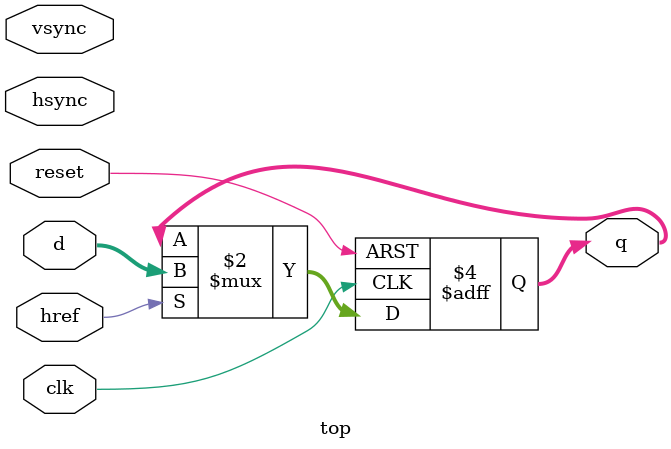
<source format=sv>
module top (
    input logic clk,
    input logic reset,
    input logic [7:0] d,
    input logic href,
    input logic vsync,
    input logic hsync,
    output logic [7:0] q
);
    always_ff @(posedge clk or posedge reset) begin
        if (reset) begin
            q <= 8'b0;
        end else if (href) begin
            q <= d;
        end
    end
endmodule
</source>
